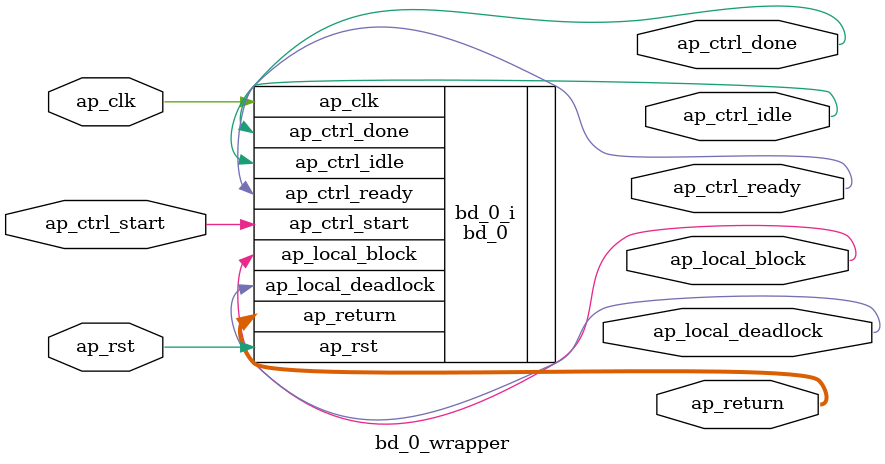
<source format=v>
`timescale 1 ps / 1 ps

module bd_0_wrapper
   (ap_clk,
    ap_ctrl_done,
    ap_ctrl_idle,
    ap_ctrl_ready,
    ap_ctrl_start,
    ap_local_block,
    ap_local_deadlock,
    ap_return,
    ap_rst);
  input ap_clk;
  output ap_ctrl_done;
  output ap_ctrl_idle;
  output ap_ctrl_ready;
  input ap_ctrl_start;
  output ap_local_block;
  output ap_local_deadlock;
  output [31:0]ap_return;
  input ap_rst;

  wire ap_clk;
  wire ap_ctrl_done;
  wire ap_ctrl_idle;
  wire ap_ctrl_ready;
  wire ap_ctrl_start;
  wire ap_local_block;
  wire ap_local_deadlock;
  wire [31:0]ap_return;
  wire ap_rst;

  bd_0 bd_0_i
       (.ap_clk(ap_clk),
        .ap_ctrl_done(ap_ctrl_done),
        .ap_ctrl_idle(ap_ctrl_idle),
        .ap_ctrl_ready(ap_ctrl_ready),
        .ap_ctrl_start(ap_ctrl_start),
        .ap_local_block(ap_local_block),
        .ap_local_deadlock(ap_local_deadlock),
        .ap_return(ap_return),
        .ap_rst(ap_rst));
endmodule

</source>
